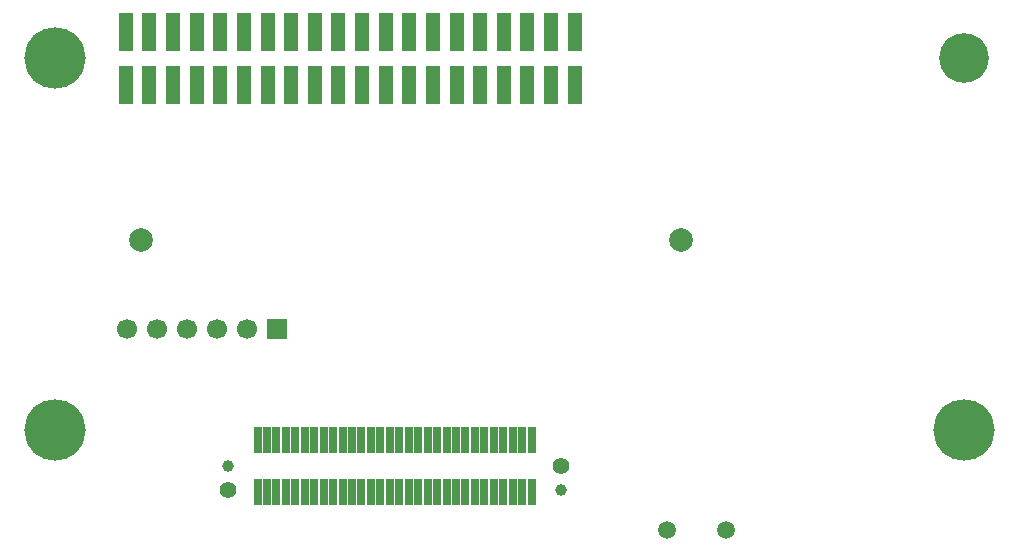
<source format=gbs>
%FSTAX24Y24*%
%MOMM*%
%SFA1B1*%

%IPPOS*%
%ADD26C,1.499997*%
%ADD42R,1.199998X3.199994*%
%ADD43R,0.699999X2.199996*%
%ADD48C,0.999998*%
%ADD49C,1.399997*%
%ADD50C,5.199990*%
%ADD51C,4.199992*%
%ADD52C,1.699997*%
%ADD53R,1.699997X1.699997*%
%ADD54C,1.999996*%
%LNio-testing-mezzanine-1*%
%LPD*%
G54D26*
X657999Y200499D03*
X707999D03*
G54D42*
X199999Y622499D03*
Y577499D03*
X219999Y622499D03*
Y577499D03*
X239999Y622499D03*
Y577499D03*
X259999Y622499D03*
Y577499D03*
X279999Y622499D03*
Y577499D03*
X299999Y622499D03*
Y577499D03*
X319999Y622499D03*
Y577499D03*
X339999Y622499D03*
Y577499D03*
X359999Y622499D03*
Y577499D03*
X379999Y622499D03*
Y577499D03*
X399999Y622499D03*
Y577499D03*
X419999Y622499D03*
Y577499D03*
X439999Y622499D03*
Y577499D03*
X459999Y622499D03*
Y577499D03*
X479999Y622499D03*
Y577499D03*
X499999Y622499D03*
Y577499D03*
X519999Y622499D03*
Y577499D03*
X539999Y622499D03*
Y577499D03*
X559999Y622499D03*
Y577499D03*
X579999Y622499D03*
Y577499D03*
G54D43*
X311499Y276499D03*
X319499Y232499D03*
X327499D03*
X335499D03*
X343499D03*
X351499D03*
X359499D03*
X367499D03*
X375499D03*
X383499D03*
X391499D03*
X399499D03*
X407499D03*
X415499D03*
X423499D03*
X431499D03*
X439499D03*
X447499D03*
X455499D03*
X463499D03*
X471499D03*
X479499D03*
X487499D03*
X495499D03*
X503499D03*
X511499D03*
X519499D03*
X527499D03*
X535499D03*
X543499D03*
X311499D03*
X319499Y276499D03*
X327499D03*
X335499D03*
X343499D03*
X351499D03*
X359499D03*
X367499D03*
X375499D03*
X383499D03*
X391499D03*
X399499D03*
X407499D03*
X415499D03*
X423499D03*
X431499D03*
X439499D03*
X447499D03*
X455499D03*
X463499D03*
X471499D03*
X479499D03*
X487499D03*
X495499D03*
X503499D03*
X511499D03*
X519499D03*
X527499D03*
X535499D03*
X543499D03*
G54D48*
X568499Y234499D03*
X286499Y254499D03*
G54D49*
X286499Y234499D03*
X568499Y254499D03*
G54D50*
X139999Y284999D03*
X909999D03*
X139999Y599999D03*
G54D51*
X909999Y599999D03*
G54D52*
X200599Y370399D03*
X225999D03*
X251399D03*
X276799D03*
X302199D03*
G54D53*
X327599Y370399D03*
G54D54*
X669899Y446099D03*
X212699Y446299D03*
M02*
</source>
